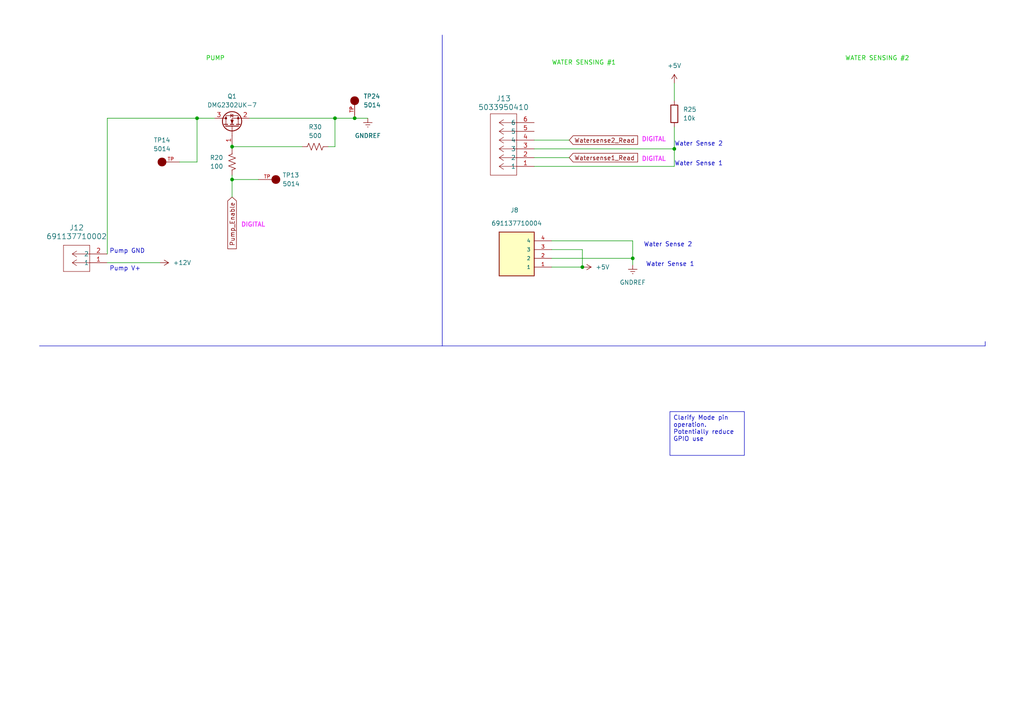
<source format=kicad_sch>
(kicad_sch (version 20230121) (generator eeschema)
  (paper "A4")
  (lib_symbols
    (symbol "2024-03-03_19-32-21:691137710002" (pin_names (offset 0.254))
      (property "Reference" "J" (at 8.89 6.35 0))
      (property "Value" "691137710002" (at 0 0 0))
      (symbol "691137710002_0_1"
        (polyline (pts (xy 5.08 -5.08) (xy 12.7 -5.08)) (stroke (width 0.127)))
        (polyline (pts (xy 5.08 2.54) (xy 5.08 -5.08)) (stroke (width 0.127)))
        (polyline (pts (xy 10.16 -2.54) (xy 5.08 -2.54)) (stroke (width 0.127)))
        (polyline (pts (xy 10.16 -2.54) (xy 8.89 -3.3867)) (stroke (width 0.127)))
        (polyline (pts (xy 10.16 -2.54) (xy 8.89 -1.6933)) (stroke (width 0.127)))
        (polyline (pts (xy 10.16 0) (xy 5.08 0)) (stroke (width 0.127)))
        (polyline (pts (xy 10.16 0) (xy 8.89 -0.8467)) (stroke (width 0.127)))
        (polyline (pts (xy 10.16 0) (xy 8.89 0.8467)) (stroke (width 0.127)))
        (polyline (pts (xy 12.7 -5.08) (xy 12.7 2.54)) (stroke (width 0.127)))
        (polyline (pts (xy 12.7 2.54) (xy 5.08 2.54)) (stroke (width 0.127)))
        (pin unspecified line (at 0 0 0) (length 5.08) (name "1") (number "1"))
        (pin unspecified line (at 0 -2.54 0) (length 5.08) (name "2") (number "2"))
      )
    )
    (symbol "5014:5014" (pin_names (offset 1.016))
      (property "Reference" "TP" (at -2.5444 2.5415 0))
      (property "Value" "5014" (at -2.55 -5.0866 0))
      (symbol "5014_0_0"
        (circle (center 0 0) (radius 0.635) (stroke (width 1.27)))
        (pin passive line (at -5.08 0 0) (length 5.08) (name "~") (number "TP"))
      )
    )
    (symbol "Device:R" (pin_numbers hide) (pin_names (offset 0))
      (property "Reference" "R" (at 2.032 0 90))
      (property "Value" "R" (at 0 0 90))
      (symbol "R_0_1"
        (rectangle (start -1.016 -2.54) (end 1.016 2.54) (stroke (width 0.254)))
      )
      (symbol "R_1_1"
        (pin passive line (at 0 3.81 270) (length 1.27) (name "~") (number "1"))
        (pin passive line (at 0 -3.81 90) (length 1.27) (name "~") (number "2"))
      )
    )
    (symbol "Device:R_US" (pin_numbers hide) (pin_names (offset 0))
      (property "Reference" "R" (at 2.54 0 90))
      (property "Value" "R_US" (at -2.54 0 90))
      (symbol "R_US_0_1"
        (polyline (pts (xy 0 -2.286) (xy 0 -2.54)))
        (polyline (pts (xy 0 2.286) (xy 0 2.54)))
        (polyline (pts (xy 0 -0.762) (xy 1.016 -1.143) (xy 0 -1.524) (xy -1.016 -1.905) (xy 0 -2.286)))
        (polyline (pts (xy 0 0.762) (xy 1.016 0.381) (xy 0 0) (xy -1.016 -0.381) (xy 0 -0.762)))
        (polyline (pts (xy 0 2.286) (xy 1.016 1.905) (xy 0 1.524) (xy -1.016 1.143) (xy 0 0.762)))
      )
      (symbol "R_US_1_1"
        (pin passive line (at 0 3.81 270) (length 1.27) (name "~") (number "1"))
        (pin passive line (at 0 -3.81 90) (length 1.27) (name "~") (number "2"))
      )
    )
    (symbol "PWR_4POS:691137710004" (pin_names (offset 1.016))
      (property "Reference" "J" (at -5.08 5.842 0))
      (property "Value" "691137710004" (at -5.08 -10.16 0))
      (symbol "691137710004_0_0"
        (rectangle (start -5.08 -7.62) (end 5.08 5.08) (stroke (width 0.254)) (fill (type background)))
        (pin passive line (at -10.16 2.54 0) (length 5.08) (name "1") (number "1"))
        (pin passive line (at -10.16 0 0) (length 5.08) (name "2") (number "2"))
        (pin passive line (at -10.16 -2.54 0) (length 5.08) (name "3") (number "3"))
        (pin passive line (at -10.16 -5.08 0) (length 5.08) (name "4") (number "4"))
      )
    )
    (symbol "Transistor_FET:DMG2302U" (pin_names hide)
      (property "Reference" "Q" (at 5.08 1.905 0))
      (property "Value" "DMG2302U" (at 5.08 0 0))
      (symbol "DMG2302U_0_1"
        (polyline (pts (xy 0.254 0) (xy -2.54 0)))
        (polyline (pts (xy 0.254 1.905) (xy 0.254 -1.905)) (stroke (width 0.254)))
        (polyline (pts (xy 0.762 -1.27) (xy 0.762 -2.286)) (stroke (width 0.254)))
        (polyline (pts (xy 0.762 0.508) (xy 0.762 -0.508)) (stroke (width 0.254)))
        (polyline (pts (xy 0.762 2.286) (xy 0.762 1.27)) (stroke (width 0.254)))
        (polyline (pts (xy 2.54 2.54) (xy 2.54 1.778)))
        (polyline (pts (xy 2.54 -2.54) (xy 2.54 0) (xy 0.762 0)))
        (polyline (pts (xy 0.762 -1.778) (xy 3.302 -1.778) (xy 3.302 1.778) (xy 0.762 1.778)))
        (polyline (pts (xy 1.016 0) (xy 2.032 0.381) (xy 2.032 -0.381) (xy 1.016 0)) (fill (type outline)))
        (polyline (pts (xy 2.794 0.508) (xy 2.921 0.381) (xy 3.683 0.381) (xy 3.81 0.254)))
        (polyline (pts (xy 3.302 0.381) (xy 2.921 -0.254) (xy 3.683 -0.254) (xy 3.302 0.381)))
        (circle (center 1.651 0) (radius 2.794) (stroke (width 0.254)))
        (circle (center 2.54 -1.778) (radius 0.254) (fill (type outline)))
        (circle (center 2.54 1.778) (radius 0.254) (fill (type outline)))
      )
      (symbol "DMG2302U_1_1"
        (pin input line (at -5.08 0 0) (length 2.54) (name "G") (number "1"))
        (pin passive line (at 2.54 -5.08 90) (length 2.54) (name "S") (number "2"))
        (pin passive line (at 2.54 5.08 270) (length 2.54) (name "D") (number "3"))
      )
    )
    (symbol "molex_4pos:5033950410" (pin_names (offset 0.254))
      (property "Reference" "J" (at 8.89 6.35 0))
      (property "Value" "5033950410" (at 0 0 0))
      (symbol "5033950410_1_1"
        (polyline (pts (xy 5.08 -15.24) (xy 12.7 -15.24)) (stroke (width 0.127)))
        (polyline (pts (xy 5.08 2.54) (xy 5.08 -15.24)) (stroke (width 0.127)))
        (polyline (pts (xy 10.16 -12.7) (xy 5.08 -12.7)) (stroke (width 0.127)))
        (polyline (pts (xy 10.16 -12.7) (xy 8.89 -13.5467)) (stroke (width 0.127)))
        (polyline (pts (xy 10.16 -12.7) (xy 8.89 -11.8533)) (stroke (width 0.127)))
        (polyline (pts (xy 10.16 -10.16) (xy 5.08 -10.16)) (stroke (width 0.127)))
        (polyline (pts (xy 10.16 -10.16) (xy 8.89 -11.0067)) (stroke (width 0.127)))
        (polyline (pts (xy 10.16 -10.16) (xy 8.89 -9.3133)) (stroke (width 0.127)))
        (polyline (pts (xy 10.16 -7.62) (xy 5.08 -7.62)) (stroke (width 0.127)))
        (polyline (pts (xy 10.16 -7.62) (xy 8.89 -8.4667)) (stroke (width 0.127)))
        (polyline (pts (xy 10.16 -7.62) (xy 8.89 -6.7733)) (stroke (width 0.127)))
        (polyline (pts (xy 10.16 -5.08) (xy 5.08 -5.08)) (stroke (width 0.127)))
        (polyline (pts (xy 10.16 -5.08) (xy 8.89 -5.9267)) (stroke (width 0.127)))
        (polyline (pts (xy 10.16 -5.08) (xy 8.89 -4.2333)) (stroke (width 0.127)))
        (polyline (pts (xy 10.16 -2.54) (xy 5.08 -2.54)) (stroke (width 0.127)))
        (polyline (pts (xy 10.16 -2.54) (xy 8.89 -3.3867)) (stroke (width 0.127)))
        (polyline (pts (xy 10.16 -2.54) (xy 8.89 -1.6933)) (stroke (width 0.127)))
        (polyline (pts (xy 10.16 0) (xy 5.08 0)) (stroke (width 0.127)))
        (polyline (pts (xy 10.16 0) (xy 8.89 -0.8467)) (stroke (width 0.127)))
        (polyline (pts (xy 10.16 0) (xy 8.89 0.8467)) (stroke (width 0.127)))
        (polyline (pts (xy 12.7 -15.24) (xy 12.7 2.54)) (stroke (width 0.127)))
        (polyline (pts (xy 12.7 2.54) (xy 5.08 2.54)) (stroke (width 0.127)))
        (pin unspecified line (at 0 0 0) (length 5.08) (name "1") (number "1"))
        (pin unspecified line (at 0 -2.54 0) (length 5.08) (name "2") (number "2"))
        (pin unspecified line (at 0 -5.08 0) (length 5.08) (name "3") (number "3"))
        (pin unspecified line (at 0 -7.62 0) (length 5.08) (name "4") (number "4"))
        (pin unspecified line (at 0 -10.16 0) (length 5.08) (name "5") (number "5"))
        (pin unspecified line (at 0 -12.7 0) (length 5.08) (name "6") (number "6"))
      )
      (symbol "5033950410_1_2"
        (polyline (pts (xy 5.08 -15.24) (xy 12.7 -15.24)) (stroke (width 0.127)))
        (polyline (pts (xy 5.08 2.54) (xy 5.08 -15.24)) (stroke (width 0.127)))
        (polyline (pts (xy 7.62 -12.7) (xy 5.08 -12.7)) (stroke (width 0.127)))
        (polyline (pts (xy 7.62 -12.7) (xy 8.89 -13.5467)) (stroke (width 0.127)))
        (polyline (pts (xy 7.62 -12.7) (xy 8.89 -11.8533)) (stroke (width 0.127)))
        (polyline (pts (xy 7.62 -10.16) (xy 5.08 -10.16)) (stroke (width 0.127)))
        (polyline (pts (xy 7.62 -10.16) (xy 8.89 -11.0067)) (stroke (width 0.127)))
        (polyline (pts (xy 7.62 -10.16) (xy 8.89 -9.3133)) (stroke (width 0.127)))
        (polyline (pts (xy 7.62 -7.62) (xy 5.08 -7.62)) (stroke (width 0.127)))
        (polyline (pts (xy 7.62 -7.62) (xy 8.89 -8.4667)) (stroke (width 0.127)))
        (polyline (pts (xy 7.62 -7.62) (xy 8.89 -6.7733)) (stroke (width 0.127)))
        (polyline (pts (xy 7.62 -5.08) (xy 5.08 -5.08)) (stroke (width 0.127)))
        (polyline (pts (xy 7.62 -5.08) (xy 8.89 -5.9267)) (stroke (width 0.127)))
        (polyline (pts (xy 7.62 -5.08) (xy 8.89 -4.2333)) (stroke (width 0.127)))
        (polyline (pts (xy 7.62 -2.54) (xy 5.08 -2.54)) (stroke (width 0.127)))
        (polyline (pts (xy 7.62 -2.54) (xy 8.89 -3.3867)) (stroke (width 0.127)))
        (polyline (pts (xy 7.62 -2.54) (xy 8.89 -1.6933)) (stroke (width 0.127)))
        (polyline (pts (xy 7.62 0) (xy 5.08 0)) (stroke (width 0.127)))
        (polyline (pts (xy 7.62 0) (xy 8.89 -0.8467)) (stroke (width 0.127)))
        (polyline (pts (xy 7.62 0) (xy 8.89 0.8467)) (stroke (width 0.127)))
        (polyline (pts (xy 12.7 -15.24) (xy 12.7 2.54)) (stroke (width 0.127)))
        (polyline (pts (xy 12.7 2.54) (xy 5.08 2.54)) (stroke (width 0.127)))
        (pin unspecified line (at 0 0 0) (length 5.08) (name "1") (number "1"))
        (pin unspecified line (at 0 -2.54 0) (length 5.08) (name "2") (number "2"))
        (pin unspecified line (at 0 -5.08 0) (length 5.08) (name "3") (number "3"))
        (pin unspecified line (at 0 -7.62 0) (length 5.08) (name "4") (number "4"))
        (pin unspecified line (at 0 -10.16 0) (length 5.08) (name "5") (number "5"))
        (pin unspecified line (at 0 -12.7 0) (length 5.08) (name "6") (number "6"))
      )
    )
    (symbol "power:+12V" (power) (pin_names (offset 0))
      (property "Value" "+12V" (at 0 3.556 0))
      (symbol "+12V_0_1"
        (polyline (pts (xy -0.762 1.27) (xy 0 2.54)))
        (polyline (pts (xy 0 0) (xy 0 2.54)))
        (polyline (pts (xy 0 2.54) (xy 0.762 1.27)))
      )
      (symbol "+12V_1_1"
        (pin power_in line (at 0 0 90) (length 0) hide (name "+12V") (number "1"))
      )
    )
    (symbol "power:+5V" (power) (pin_names (offset 0))
      (property "Value" "+5V" (at 0 3.556 0))
      (symbol "+5V_0_1"
        (polyline (pts (xy -0.762 1.27) (xy 0 2.54)))
        (polyline (pts (xy 0 0) (xy 0 2.54)))
        (polyline (pts (xy 0 2.54) (xy 0.762 1.27)))
      )
      (symbol "+5V_1_1"
        (pin power_in line (at 0 0 90) (length 0) hide (name "+5V") (number "1"))
      )
    )
    (symbol "power:GNDREF" (power) (pin_names (offset 0))
      (property "Value" "GNDREF" (at 0 -3.81 0))
      (symbol "GNDREF_0_1"
        (polyline (pts (xy -0.635 -1.905) (xy 0.635 -1.905)))
        (polyline (pts (xy -0.127 -2.54) (xy 0.127 -2.54)))
        (polyline (pts (xy 0 -1.27) (xy 0 0)))
        (polyline (pts (xy 1.27 -1.27) (xy -1.27 -1.27)))
      )
      (symbol "GNDREF_1_1"
        (pin power_in line (at 0 0 270) (length 0) hide (name "GNDREF") (number "1"))
      )
    )
  )
  (junction (at 67.31 52.07))
  (junction (at 57.15 34.29))
  (junction (at 183.515 74.93))
  (junction (at 97.155 34.29))
  (junction (at 67.31 42.545))
  (junction (at 102.87 34.29))
  (junction (at 168.91 77.47))
  (junction (at 195.58 43.18))
  (wire (pts (xy 95.25 42.545) (xy 97.155 42.545)))
  (wire (pts (xy 52.07 46.99) (xy 57.15 46.99)))
  (wire (pts (xy 67.31 52.07) (xy 74.93 52.07)))
  (wire (pts (xy 67.31 42.545) (xy 67.31 41.91)))
  (wire (pts (xy 183.515 69.85) (xy 183.515 74.93)))
  (wire (pts (xy 31.115 34.29) (xy 57.15 34.29)))
  (wire (pts (xy 168.91 72.39) (xy 168.91 77.47)))
  (wire (pts (xy 31.115 34.29) (xy 31.115 73.66)))
  (wire (pts (xy 183.515 74.93) (xy 183.515 76.835)))
  (polyline (pts (xy 285.75 99.06) (xy 285.75 100.33)))
  (wire (pts (xy 154.94 45.72) (xy 165.1 45.72)))
  (wire (pts (xy 154.94 48.26) (xy 195.58 48.26)))
  (wire (pts (xy 67.31 50.8) (xy 67.31 52.07)))
  (wire (pts (xy 160.02 77.47) (xy 168.91 77.47)))
  (wire (pts (xy 102.87 34.29) (xy 106.68 34.29)))
  (wire (pts (xy 160.02 72.39) (xy 168.91 72.39)))
  (polyline (pts (xy 11.43 100.33) (xy 285.75 100.33)))
  (wire (pts (xy 154.94 43.18) (xy 195.58 43.18)))
  (wire (pts (xy 97.155 34.29) (xy 102.87 34.29)))
  (wire (pts (xy 195.58 24.13) (xy 195.58 29.21)))
  (wire (pts (xy 154.94 40.64) (xy 165.1 40.64)))
  (wire (pts (xy 97.155 42.545) (xy 97.155 34.29)))
  (wire (pts (xy 195.58 36.83) (xy 195.58 43.18)))
  (wire (pts (xy 195.58 48.26) (xy 195.58 43.18)))
  (wire (pts (xy 31.115 76.2) (xy 46.355 76.2)))
  (polyline (pts (xy 128.27 10.16) (xy 128.27 100.33)))
  (wire (pts (xy 67.31 42.545) (xy 87.63 42.545)))
  (wire (pts (xy 72.39 34.29) (xy 97.155 34.29)))
  (wire (pts (xy 67.31 52.07) (xy 67.31 57.15)))
  (wire (pts (xy 160.02 74.93) (xy 183.515 74.93)))
  (wire (pts (xy 57.15 34.29) (xy 57.15 46.99)))
  (wire (pts (xy 67.31 43.18) (xy 67.31 42.545)))
  (wire (pts (xy 160.02 69.85) (xy 183.515 69.85)))
  (wire (pts (xy 57.15 34.29) (xy 62.23 34.29)))
  (text_box "Clarify Mode pin operation. Potentially reduce GPIO use" (at 194.31 119.38 0) (size 21.59 12.7) (effects (font (size 1.27 1.27)) (justify left top)))
  (text "Water Sense 1" (at 187.325 77.47 0) (effects (font (size 1.27 1.27)) (justify left bottom)))
  (text "Pump V+" (at 31.75 78.74 0) (effects (font (size 1.27 1.27)) (justify left bottom)))
  (text "PUMP" (at 59.69 17.78 0) (effects (font (size 1.27 1.27)) (justify left bottom)))
  (text "Water Sense 2" (at 186.69 71.755 0) (effects (font (size 1.27 1.27)) (justify left bottom)))
  (text "WATER SENSING #1" (at 160.02 19.05 0) (effects (font (size 1.27 1.27)) (justify left bottom)))
  (text "DIGITAL" (at 186.055 41.275 0) (effects (font (size 1.27 1.27) bold) (justify left bottom)))
  (text "Water Sense 1" (at 195.58 48.26 0) (effects (font (size 1.27 1.27)) (justify left bottom)))
  (text "DIGITAL" (at 186.055 46.99 0) (effects (font (size 1.27 1.27) bold) (justify left bottom)))
  (text "Pump GND\n" (at 31.75 73.66 0) (effects (font (size 1.27 1.27)) (justify left bottom)))
  (text "DIGITAL" (at 69.85 66.04 0) (effects (font (size 1.27 1.27) bold) (justify left bottom)))
  (text "WATER SENSING #2" (at 245.11 17.78 0) (effects (font (size 1.27 1.27)) (justify left bottom)))
  (text "Water Sense 2" (at 195.58 42.545 0) (effects (font (size 1.27 1.27)) (justify left bottom)))
  (global_label "Watersense1_Read" (shape input) (at 165.1 45.72 0) (property "Intersheetrefs" "${INTERSHEET_REFS}" (effects hide)))
  (global_label "Pump_Enable" (shape input) (at 67.31 57.15 270) (property "Intersheetrefs" "${INTERSHEET_REFS}" (effects hide)))
  (global_label "Watersense2_Read" (shape input) (at 165.1 40.64 0) (property "Intersheetrefs" "${INTERSHEET_REFS}" (effects hide)))
  (symbol (lib_id "5014:5014") (at 102.87 29.21 90) (unit 1)
    (property "Reference" "TP24" (at 105.41 27.94 90) (effects (justify right)))
    (property "Value" "5014" (at 105.41 30.48 90) (effects (justify right)))
    (property "Footprint" "footprints:TP_5014" (effects hide))
    (property "MF" "Keystone" (effects hide))
    (property "MAXIMUM_PACKAGE_HEIGHT" "8.13 mm" (effects hide))
    (property "Package" "None" (effects hide))
    (property "Price" "None" (effects hide))
    (property "Check_prices" "https://www.snapeda.com/parts/5014/Keystone/view-part/?ref=eda" (effects hide))
    (property "STANDARD" "Manufacturer Recommendations" (effects hide))
    (property "PARTREV" "F" (effects hide))
    (property "SnapEDA_Link" "https://www.snapeda.com/parts/5014/Keystone/view-part/?ref=snap" (effects hide))
    (property "MP" "5014" (effects hide))
    (property "Purchase-URL" "https://www.snapeda.com/api/url_track_click_mouser/?unipart_id=500798&manufacturer=Keystone&part_name=5014&search_term=	 pc test point multipurpos" (effects hide))
    (property "Description" "\nTest Point MultiPurpose THM H .445 Nylon 46 Insulated Yel PhosBronze/Silver | Keystone Electronics 5014\n" (effects hide))
    (property "MANUFACTURER" "Keystone Electronics" (effects hide))
    (property "Availability" "In Stock" (effects hide))
    (property "SNAPEDA_PN" "5010" (effects hide))
  )
  (symbol (lib_id "PWR_4POS:691137710004") (at 149.86 74.93 180) (unit 1)
    (property "Reference" "J8" (at 149.225 60.96 0))
    (property "Value" "691137710004" (at 149.86 64.77 0))
    (property "Footprint" "footprints:PWR_4POS" (effects hide))
    (property "MF" "Wurth Electronics" (effects hide))
    (property "MAXIMUM_PACKAGE_HEIGHT" "11.6mm" (effects hide))
    (property "Package" "None" (effects hide))
    (property "Price" "None" (effects hide))
    (property "Check_prices" "https://www.snapeda.com/parts/691137710004/Wurth+Electronics+Inc./view-part/?ref=eda" (effects hide))
    (property "STANDARD" "Manufacturer Recommendations" (effects hide))
    (property "PARTREV" "001" (effects hide))
    (property "SnapEDA_Link" "https://www.snapeda.com/parts/691137710004/Wurth+Electronics+Inc./view-part/?ref=snap" (effects hide))
    (property "MP" "691137710004" (effects hide))
    (property "Purchase-URL" "https://www.snapeda.com/api/url_track_click_mouser/?unipart_id=2900223&manufacturer=Wurth Electronics&part_name=691137710004&search_term=691137710004" (effects hide))
    (property "Description" "\n4 Position Wire to Board Terminal Block Horizontal with Board 0.197 (5.00mm) Through Hole\n" (effects hide))
    (property "Availability" "In Stock" (effects hide))
    (property "MANUFACTURER" "WURTH ELEKTRONIK" (effects hide))
  )
  (symbol (lib_id "Transistor_FET:DMG2302U") (at 67.31 36.83 90) (unit 1)
    (property "Reference" "Q1" (at 67.31 27.94 90))
    (property "Value" "DMG2302UK-7" (at 67.31 30.48 90))
    (property "Footprint" "footprints:DMG2302UK-7_Footprint" (effects hide))
    (property "Datasheet" "http://www.diodes.com/assets/Datasheets/DMG2302UK.pdf" (effects hide))
  )
  (symbol (lib_id "power:+5V") (at 168.91 77.47 270) (unit 1)
    (property "Reference" "#PWR083" (effects hide))
    (property "Value" "+5V" (at 172.72 77.47 90) (effects (justify left)))
  )
  (symbol (lib_id "power:GNDREF") (at 106.68 34.29 0) (unit 1)
    (property "Reference" "#PWR057" (effects hide))
    (property "Value" "GNDREF" (at 106.68 39.37 0))
  )
  (symbol (lib_id "power:GNDREF") (at 183.515 76.835 0) (unit 1)
    (property "Reference" "#PWR084" (effects hide))
    (property "Value" "GNDREF" (at 183.515 81.915 0))
  )
  (symbol (lib_id "Device:R") (at 195.58 33.02 0) (unit 1)
    (property "Reference" "R25" (at 198.12 31.75 0) (effects (justify left)))
    (property "Value" "10k" (at 198.12 34.29 0) (effects (justify left)))
    (property "Footprint" "footprints:RESC2012X60N" (effects hide))
  )
  (symbol (lib_id "5014:5014") (at 46.99 46.99 180) (unit 1)
    (property "Reference" "TP14" (at 46.99 40.64 0))
    (property "Value" "5014" (at 46.99 43.18 0))
    (property "Footprint" "footprints:TP_5014" (effects hide))
    (property "MF" "Keystone" (effects hide))
    (property "MAXIMUM_PACKAGE_HEIGHT" "8.13 mm" (effects hide))
    (property "Package" "None" (effects hide))
    (property "Price" "None" (effects hide))
    (property "Check_prices" "https://www.snapeda.com/parts/5014/Keystone/view-part/?ref=eda" (effects hide))
    (property "STANDARD" "Manufacturer Recommendations" (effects hide))
    (property "PARTREV" "F" (effects hide))
    (property "SnapEDA_Link" "https://www.snapeda.com/parts/5014/Keystone/view-part/?ref=snap" (effects hide))
    (property "MP" "5014" (effects hide))
    (property "Purchase-URL" "https://www.snapeda.com/api/url_track_click_mouser/?unipart_id=500798&manufacturer=Keystone&part_name=5014&search_term=	 pc test point multipurpos" (effects hide))
    (property "Description" "\nTest Point MultiPurpose THM H .445 Nylon 46 Insulated Yel PhosBronze/Silver | Keystone Electronics 5014\n" (effects hide))
    (property "MANUFACTURER" "Keystone Electronics" (effects hide))
    (property "Availability" "In Stock" (effects hide))
    (property "SNAPEDA_PN" "5010" (effects hide))
  )
  (symbol (lib_id "5014:5014") (at 80.01 52.07 0) (unit 1)
    (property "Reference" "TP13" (at 81.915 50.8 0) (effects (justify left)))
    (property "Value" "5014" (at 81.915 53.34 0) (effects (justify left)))
    (property "Footprint" "footprints:TP_5014" (effects hide))
    (property "MF" "Keystone" (effects hide))
    (property "MAXIMUM_PACKAGE_HEIGHT" "8.13 mm" (effects hide))
    (property "Package" "None" (effects hide))
    (property "Price" "None" (effects hide))
    (property "Check_prices" "https://www.snapeda.com/parts/5014/Keystone/view-part/?ref=eda" (effects hide))
    (property "STANDARD" "Manufacturer Recommendations" (effects hide))
    (property "PARTREV" "F" (effects hide))
    (property "SnapEDA_Link" "https://www.snapeda.com/parts/5014/Keystone/view-part/?ref=snap" (effects hide))
    (property "MP" "5014" (effects hide))
    (property "Purchase-URL" "https://www.snapeda.com/api/url_track_click_mouser/?unipart_id=500798&manufacturer=Keystone&part_name=5014&search_term=	 pc test point multipurpos" (effects hide))
    (property "Description" "\nTest Point MultiPurpose THM H .445 Nylon 46 Insulated Yel PhosBronze/Silver | Keystone Electronics 5014\n" (effects hide))
    (property "MANUFACTURER" "Keystone Electronics" (effects hide))
    (property "Availability" "In Stock" (effects hide))
    (property "SNAPEDA_PN" "5010" (effects hide))
  )
  (symbol (lib_id "power:+12V") (at 46.355 76.2 270) (unit 1)
    (property "Reference" "#PWR065" (effects hide))
    (property "Value" "+12V" (at 50.165 76.2 90) (effects (justify left)))
  )
  (symbol (lib_id "2024-03-03_19-32-21:691137710002") (at 31.115 76.2 180) (unit 1)
    (property "Reference" "J12" (at 22.225 66.04 0) (effects (font (size 1.524 1.524))))
    (property "Value" "691137710002" (at 22.225 68.58 0) (effects (font (size 1.524 1.524))))
    (property "Footprint" "footprints:CONN2_710002_WRE" (effects hide))
    (property "Datasheet" "691137710002" (effects hide))
  )
  (symbol (lib_id "Device:R_US") (at 91.44 42.545 90) (unit 1)
    (property "Reference" "R30" (at 91.44 36.83 90))
    (property "Value" "500" (at 91.44 39.37 90))
    (property "Footprint" "footprints:RESC2012X60N" (effects hide))
  )
  (symbol (lib_id "molex_4pos:5033950410") (at 154.94 48.26 180) (unit 1)
    (property "Reference" "J13" (at 146.05 28.575 0) (effects (font (size 1.524 1.524))))
    (property "Value" "5033950410" (at 146.05 31.115 0) (effects (font (size 1.524 1.524))))
    (property "Footprint" "footprints:MOLEX4_CON_5033950410" (effects hide))
    (property "Datasheet" "5033950410" (effects hide))
  )
  (symbol (lib_id "power:+5V") (at 195.58 24.13 0) (unit 1)
    (property "Reference" "#PWR070" (effects hide))
    (property "Value" "+5V" (at 195.58 19.05 0))
  )
  (symbol (lib_id "Device:R_US") (at 67.31 46.99 0) (mirror y) (unit 1)
    (property "Reference" "R20" (at 64.77 45.72 0) (effects (justify left)))
    (property "Value" "100" (at 64.77 48.26 0) (effects (justify left)))
    (property "Footprint" "footprints:RESC2012X60N" (effects hide))
  )
)
</source>
